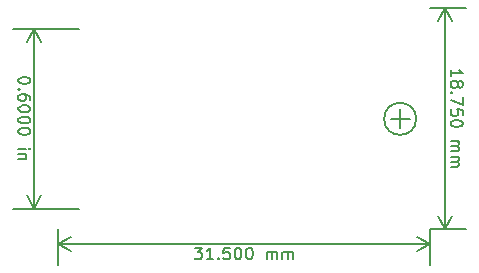
<source format=gbr>
G04 (created by PCBNEW (2013-01-27 BZR 3925)-testing) date Tue 29 Jan 2013 05:53:18 PM CET*
%MOIN*%
G04 Gerber Fmt 3.4, Leading zero omitted, Abs format*
%FSLAX34Y34*%
G01*
G70*
G90*
G04 APERTURE LIST*
%ADD10C,2.3622e-06*%
%ADD11C,0.00787402*%
G04 APERTURE END LIST*
G54D10*
G54D11*
X65893Y-45007D02*
X66523Y-45007D01*
X66208Y-44692D02*
X66208Y-45322D01*
X66744Y-45007D02*
G75*
G03X66744Y-45007I-535J0D01*
G74*
G01*
X67899Y-43591D02*
X67899Y-43366D01*
X67899Y-43479D02*
X68293Y-43479D01*
X68237Y-43441D01*
X68199Y-43404D01*
X68180Y-43366D01*
X68124Y-43816D02*
X68143Y-43779D01*
X68162Y-43760D01*
X68199Y-43741D01*
X68218Y-43741D01*
X68255Y-43760D01*
X68274Y-43779D01*
X68293Y-43816D01*
X68293Y-43891D01*
X68274Y-43929D01*
X68255Y-43948D01*
X68218Y-43966D01*
X68199Y-43966D01*
X68162Y-43948D01*
X68143Y-43929D01*
X68124Y-43891D01*
X68124Y-43816D01*
X68105Y-43779D01*
X68087Y-43760D01*
X68049Y-43741D01*
X67974Y-43741D01*
X67937Y-43760D01*
X67918Y-43779D01*
X67899Y-43816D01*
X67899Y-43891D01*
X67918Y-43929D01*
X67937Y-43948D01*
X67974Y-43966D01*
X68049Y-43966D01*
X68087Y-43948D01*
X68105Y-43929D01*
X68124Y-43891D01*
X67937Y-44135D02*
X67918Y-44154D01*
X67899Y-44135D01*
X67918Y-44116D01*
X67937Y-44135D01*
X67899Y-44135D01*
X68293Y-44285D02*
X68293Y-44548D01*
X67899Y-44379D01*
X68293Y-44885D02*
X68293Y-44698D01*
X68105Y-44679D01*
X68124Y-44698D01*
X68143Y-44735D01*
X68143Y-44829D01*
X68124Y-44866D01*
X68105Y-44885D01*
X68068Y-44904D01*
X67974Y-44904D01*
X67937Y-44885D01*
X67918Y-44866D01*
X67899Y-44829D01*
X67899Y-44735D01*
X67918Y-44698D01*
X67937Y-44679D01*
X68293Y-45148D02*
X68293Y-45185D01*
X68274Y-45223D01*
X68255Y-45241D01*
X68218Y-45260D01*
X68143Y-45279D01*
X68049Y-45279D01*
X67974Y-45260D01*
X67937Y-45241D01*
X67918Y-45223D01*
X67899Y-45185D01*
X67899Y-45148D01*
X67918Y-45110D01*
X67937Y-45091D01*
X67974Y-45073D01*
X68049Y-45054D01*
X68143Y-45054D01*
X68218Y-45073D01*
X68255Y-45091D01*
X68274Y-45110D01*
X68293Y-45148D01*
X67899Y-45747D02*
X68162Y-45747D01*
X68124Y-45747D02*
X68143Y-45766D01*
X68162Y-45804D01*
X68162Y-45860D01*
X68143Y-45897D01*
X68105Y-45916D01*
X67899Y-45916D01*
X68105Y-45916D02*
X68143Y-45935D01*
X68162Y-45972D01*
X68162Y-46029D01*
X68143Y-46066D01*
X68105Y-46085D01*
X67899Y-46085D01*
X67899Y-46272D02*
X68162Y-46272D01*
X68124Y-46272D02*
X68143Y-46291D01*
X68162Y-46329D01*
X68162Y-46385D01*
X68143Y-46422D01*
X68105Y-46441D01*
X67899Y-46441D01*
X68105Y-46441D02*
X68143Y-46460D01*
X68162Y-46497D01*
X68162Y-46554D01*
X68143Y-46591D01*
X68105Y-46610D01*
X67899Y-46610D01*
X67704Y-41307D02*
X67704Y-48688D01*
X67212Y-41307D02*
X68413Y-41307D01*
X67212Y-48688D02*
X68413Y-48688D01*
X67704Y-48688D02*
X67473Y-48245D01*
X67704Y-48688D02*
X67935Y-48245D01*
X67704Y-41307D02*
X67473Y-41750D01*
X67704Y-41307D02*
X67935Y-41750D01*
X59362Y-49301D02*
X59605Y-49301D01*
X59474Y-49451D01*
X59530Y-49451D01*
X59568Y-49469D01*
X59586Y-49488D01*
X59605Y-49526D01*
X59605Y-49619D01*
X59586Y-49657D01*
X59568Y-49676D01*
X59530Y-49694D01*
X59418Y-49694D01*
X59380Y-49676D01*
X59362Y-49657D01*
X59980Y-49694D02*
X59755Y-49694D01*
X59868Y-49694D02*
X59868Y-49301D01*
X59830Y-49357D01*
X59793Y-49394D01*
X59755Y-49413D01*
X60149Y-49657D02*
X60168Y-49676D01*
X60149Y-49694D01*
X60130Y-49676D01*
X60149Y-49657D01*
X60149Y-49694D01*
X60524Y-49301D02*
X60336Y-49301D01*
X60318Y-49488D01*
X60336Y-49469D01*
X60374Y-49451D01*
X60468Y-49451D01*
X60505Y-49469D01*
X60524Y-49488D01*
X60543Y-49526D01*
X60543Y-49619D01*
X60524Y-49657D01*
X60505Y-49676D01*
X60468Y-49694D01*
X60374Y-49694D01*
X60336Y-49676D01*
X60318Y-49657D01*
X60786Y-49301D02*
X60824Y-49301D01*
X60861Y-49319D01*
X60880Y-49338D01*
X60899Y-49376D01*
X60918Y-49451D01*
X60918Y-49544D01*
X60899Y-49619D01*
X60880Y-49657D01*
X60861Y-49676D01*
X60824Y-49694D01*
X60786Y-49694D01*
X60749Y-49676D01*
X60730Y-49657D01*
X60711Y-49619D01*
X60693Y-49544D01*
X60693Y-49451D01*
X60711Y-49376D01*
X60730Y-49338D01*
X60749Y-49319D01*
X60786Y-49301D01*
X61161Y-49301D02*
X61199Y-49301D01*
X61236Y-49319D01*
X61255Y-49338D01*
X61274Y-49376D01*
X61293Y-49451D01*
X61293Y-49544D01*
X61274Y-49619D01*
X61255Y-49657D01*
X61236Y-49676D01*
X61199Y-49694D01*
X61161Y-49694D01*
X61124Y-49676D01*
X61105Y-49657D01*
X61086Y-49619D01*
X61068Y-49544D01*
X61068Y-49451D01*
X61086Y-49376D01*
X61105Y-49338D01*
X61124Y-49319D01*
X61161Y-49301D01*
X61761Y-49694D02*
X61761Y-49432D01*
X61761Y-49469D02*
X61780Y-49451D01*
X61817Y-49432D01*
X61874Y-49432D01*
X61911Y-49451D01*
X61930Y-49488D01*
X61930Y-49694D01*
X61930Y-49488D02*
X61949Y-49451D01*
X61986Y-49432D01*
X62042Y-49432D01*
X62080Y-49451D01*
X62099Y-49488D01*
X62099Y-49694D01*
X62286Y-49694D02*
X62286Y-49432D01*
X62286Y-49469D02*
X62305Y-49451D01*
X62342Y-49432D01*
X62399Y-49432D01*
X62436Y-49451D01*
X62455Y-49488D01*
X62455Y-49694D01*
X62455Y-49488D02*
X62474Y-49451D01*
X62511Y-49432D01*
X62567Y-49432D01*
X62605Y-49451D01*
X62624Y-49488D01*
X62624Y-49694D01*
X54811Y-49181D02*
X67212Y-49181D01*
X54811Y-48688D02*
X54811Y-49889D01*
X67212Y-48688D02*
X67212Y-49889D01*
X67212Y-49181D02*
X66769Y-49411D01*
X67212Y-49181D02*
X66769Y-48950D01*
X54811Y-49181D02*
X55254Y-49411D01*
X54811Y-49181D02*
X55254Y-48950D01*
X53880Y-43715D02*
X53880Y-43753D01*
X53861Y-43790D01*
X53842Y-43809D01*
X53805Y-43828D01*
X53730Y-43847D01*
X53636Y-43847D01*
X53561Y-43828D01*
X53523Y-43809D01*
X53505Y-43790D01*
X53486Y-43753D01*
X53486Y-43715D01*
X53505Y-43678D01*
X53523Y-43659D01*
X53561Y-43640D01*
X53636Y-43622D01*
X53730Y-43622D01*
X53805Y-43640D01*
X53842Y-43659D01*
X53861Y-43678D01*
X53880Y-43715D01*
X53523Y-44015D02*
X53505Y-44034D01*
X53486Y-44015D01*
X53505Y-43997D01*
X53523Y-44015D01*
X53486Y-44015D01*
X53880Y-44371D02*
X53880Y-44296D01*
X53861Y-44259D01*
X53842Y-44240D01*
X53786Y-44203D01*
X53711Y-44184D01*
X53561Y-44184D01*
X53523Y-44203D01*
X53505Y-44221D01*
X53486Y-44259D01*
X53486Y-44334D01*
X53505Y-44371D01*
X53523Y-44390D01*
X53561Y-44409D01*
X53655Y-44409D01*
X53692Y-44390D01*
X53711Y-44371D01*
X53730Y-44334D01*
X53730Y-44259D01*
X53711Y-44221D01*
X53692Y-44203D01*
X53655Y-44184D01*
X53880Y-44653D02*
X53880Y-44690D01*
X53861Y-44728D01*
X53842Y-44746D01*
X53805Y-44765D01*
X53730Y-44784D01*
X53636Y-44784D01*
X53561Y-44765D01*
X53523Y-44746D01*
X53505Y-44728D01*
X53486Y-44690D01*
X53486Y-44653D01*
X53505Y-44615D01*
X53523Y-44596D01*
X53561Y-44578D01*
X53636Y-44559D01*
X53730Y-44559D01*
X53805Y-44578D01*
X53842Y-44596D01*
X53861Y-44615D01*
X53880Y-44653D01*
X53880Y-45028D02*
X53880Y-45065D01*
X53861Y-45103D01*
X53842Y-45121D01*
X53805Y-45140D01*
X53730Y-45159D01*
X53636Y-45159D01*
X53561Y-45140D01*
X53523Y-45121D01*
X53505Y-45103D01*
X53486Y-45065D01*
X53486Y-45028D01*
X53505Y-44990D01*
X53523Y-44971D01*
X53561Y-44953D01*
X53636Y-44934D01*
X53730Y-44934D01*
X53805Y-44953D01*
X53842Y-44971D01*
X53861Y-44990D01*
X53880Y-45028D01*
X53880Y-45403D02*
X53880Y-45440D01*
X53861Y-45478D01*
X53842Y-45496D01*
X53805Y-45515D01*
X53730Y-45534D01*
X53636Y-45534D01*
X53561Y-45515D01*
X53523Y-45496D01*
X53505Y-45478D01*
X53486Y-45440D01*
X53486Y-45403D01*
X53505Y-45365D01*
X53523Y-45346D01*
X53561Y-45328D01*
X53636Y-45309D01*
X53730Y-45309D01*
X53805Y-45328D01*
X53842Y-45346D01*
X53861Y-45365D01*
X53880Y-45403D01*
X53486Y-46002D02*
X53748Y-46002D01*
X53880Y-46002D02*
X53861Y-45984D01*
X53842Y-46002D01*
X53861Y-46021D01*
X53880Y-46002D01*
X53842Y-46002D01*
X53748Y-46190D02*
X53486Y-46190D01*
X53711Y-46190D02*
X53730Y-46209D01*
X53748Y-46246D01*
X53748Y-46302D01*
X53730Y-46340D01*
X53692Y-46359D01*
X53486Y-46359D01*
X54000Y-42000D02*
X54000Y-48000D01*
X55500Y-42000D02*
X53291Y-42000D01*
X55500Y-48000D02*
X53291Y-48000D01*
X54000Y-48000D02*
X53769Y-47556D01*
X54000Y-48000D02*
X54230Y-47556D01*
X54000Y-42000D02*
X53769Y-42443D01*
X54000Y-42000D02*
X54230Y-42443D01*
M02*

</source>
